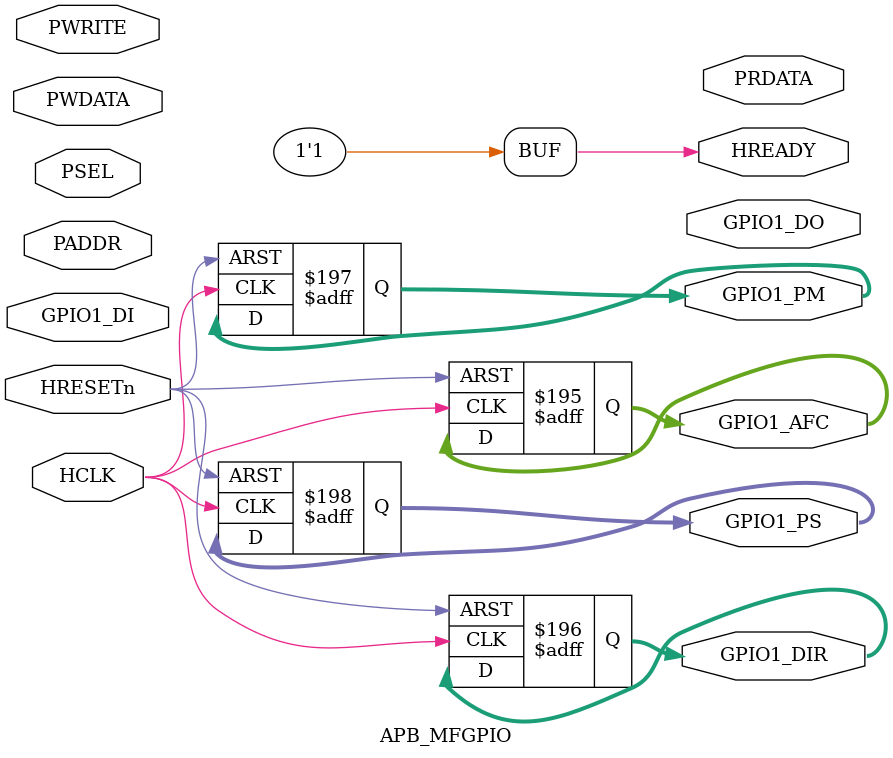
<source format=v>
module APB_MFGPIO
(
  // --------------------------
  // Input pins: AHB signals //
  // --------------------------
  // Select
  input PSEL,
  // Address and control
  input [31:0] PADDR,
  input PWRITE,
  // Data in
  input [31:0] PWDATA,
  // Reset and clock
  input HRESETn,
  input HCLK,
  // --------------
  // Output pins //
  // --------------
  // Transfer responses 
  output HREADY,
  // Data out
  
   output [31:0] PRDATA,
   
   input [31:0]GPIO1_DI,		//Data Input Port
   output reg[31:0]GPIO1_DO,	//Data Output port
   output reg[31:0]GPIO1_AFC,	//Function Select
   output reg[31:0]GPIO1_DIR,	//GPIO Direction 0=HiZ input 1=Output mode 
   output reg[63:0]GPIO1_PM,	//GPIO Port Mode, 00=Push Pull/HiZ 01=Pull up 02=Pull down
   output reg[63:0]GPIO1_PS		//GPIO Pull Strengh Select,00=disable out/OD
   
);
	

	reg [31:0]GPIO1_DIS;//Data Input,Sampled
	genvar i;
	
	
	
	always @(posedge HCLK or negedge HRESETn)	
	begin
		if(!HRESETn)
		begin
			GPIO1_AFC<=32'h00000000;
			GPIO1_DIR<=32'h00000000;
			GPIO1_PM<=64'h00000000;
			GPIO1_PS<=64'h00000000;
		end
		//else
		
	end	
	assign HREADY=1;
	generate
	for(i=0;i<=31;i=i+1)
	begin:gpio_dirgen
		always@(posedge HCLK or negedge HRESETn)
		if(!HRESETn)
			GPIO1_DIS[i]<=1'b0;
		else
			GPIO1_DIS[i]<=(~(GPIO1_AFC[i]|GPIO1_DIR[i]))?(GPIO1_DI[i]):1'b0;
	end
	endgenerate
endmodule
</source>
